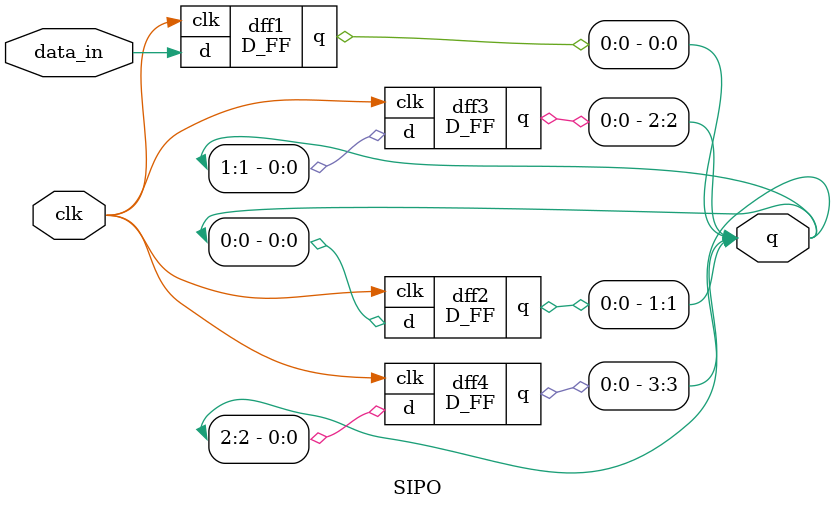
<source format=v>
`timescale 1ns / 1ps

module D_FF(d,clk,q);
input d,clk;
output reg q;
always@(posedge clk)
begin
q<=d;
end
endmodule

module SIPO(data_in,clk,q);
input data_in,clk;
output [0:3]q;
D_FF dff1(data_in,clk,q[0]);
D_FF dff2(q[0],clk,q[1]);
D_FF dff3(q[1],clk,q[2]);
D_FF dff4(q[2],clk,q[3]);
endmodule

</source>
